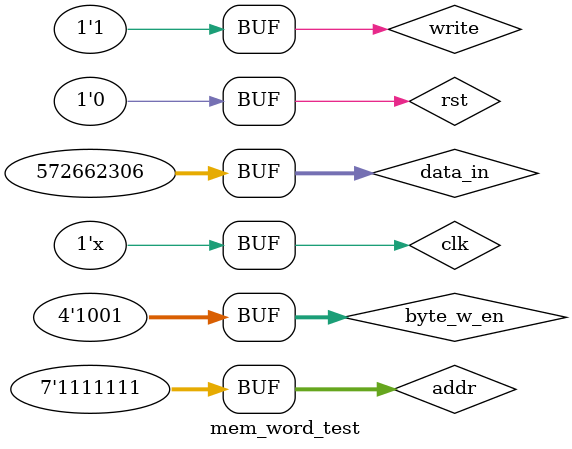
<source format=v>
`timescale 1ns / 1ps

module mem_word_test();
    wire [31:0] data_out;
    reg  [6:0]      addr;
    reg  [31:0]  data_in;
    reg            write;
    reg              clk;
    reg              rst;
    reg [3:0]  byte_w_en;
    
    cache_word_memc test3(
        .data_out(data_out),
        .addr(addr),
        .data_in(data_in),
        .write(write),
        .clk(clk),
        .rst(rst),
        .byte_w_en(byte_w_en));
        
    initial begin
        addr = 7'd127;
        data_in = 32'h0c0c_0c0c;
        write = 1;
        clk = 1;
        rst = 0;
        byte_w_en = 4'b1111;
        #15;
        
        data_in = 32'h7777_7777;
        byte_w_en = 4'b1110;
        #15;
        
        data_in = 32'h6666_6666;
        byte_w_en = 4'b1101;
        #15;
        
        data_in = 32'h5555_5555;
        byte_w_en = 4'b1100;
        #15;
        
        data_in = 32'h4444_4444;
        byte_w_en = 4'b1011;
        #15;
        
        data_in = 32'h3333_3333;
        byte_w_en = 4'b1010;
        #15;
        
        data_in = 32'h2222_2222;
        byte_w_en = 4'b1001;
        #15;
    end
    
    always begin
    #10 clk = ~clk;
    end

endmodule

</source>
